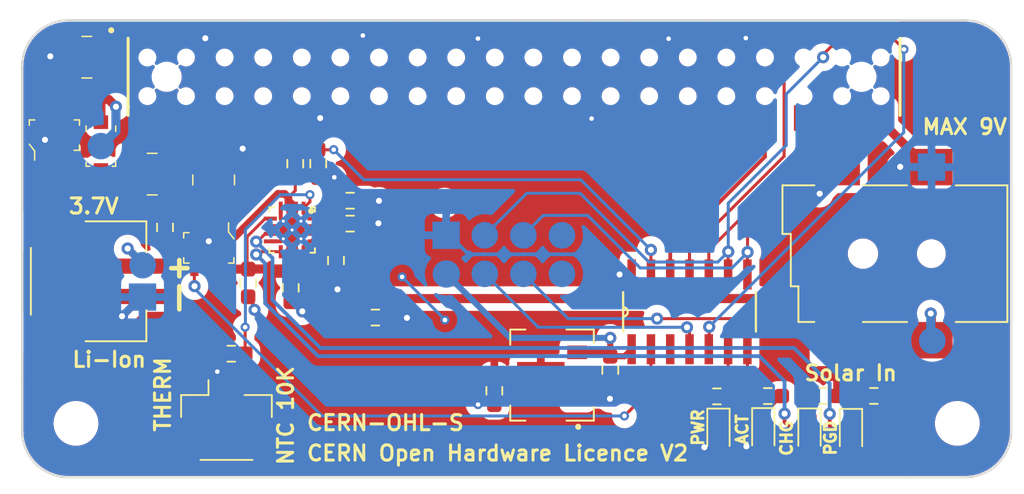
<source format=kicad_pcb>
(kicad_pcb (version 20240108) (generator "pcbnew") (generator_version "8.0")
  (layers (0 "F.Cu" signal) (31 "B.Cu" signal) (34 "B.Paste" user) (35 "F.Paste" user) (36 "B.SilkS" user "B.Silkscreen") (37 "F.SilkS" user "F.Silkscreen") (38 "B.Mask" user) (39 "F.Mask" user) (44 "Edge.Cuts" user))
  (net 0 "")
  (net 1 "5v2RPi")
  (net 2 "GND")
  (net 3 "VccSolar")
  (net 4 "VccBattery")
  (net 5 "VccBQ")
  (net 6 "3v_to_ATtiny")
  (footprint "Resistor_SMD:R_0603_1608Metric_Pad0.98x0.95mm_HandSolder" (layer "F.Cu") (at 140.77 90.04 90)
    (property "Reference" "R1" (hide yes))
    (property "Value" "10k" (hide yes))
  )
  (footprint "" (layer "F.Cu") (at 166.89 90.56 90)
    (property "Reference" "" (hide yes))
    (property "Value" "" (hide yes))
  )
  (footprint "Fiducial:Fiducial_1mm_Mask2mm" (layer "F.Cu") (at 133.04 99.33 90)
    (property "Reference" "FID1" (hide yes))
    (property "Value" "Fiducial_1mm_Mask2mm" (hide yes))
  )
  (footprint "digikey-footprints:ATtiny84-SSFR" (layer "F.Cu") (at 175.285 95.6038 90)
    (property "Reference" "U1" (hide yes))
    (property "Value" "ATtiny84-SSFR" (hide yes))
  )
  (footprint "LED_SMD:LED_0603_1608Metric_Pad1.05x0.95mm_HandSolder" (layer "F.Cu") (at 185.91 103.655 -90)
    (property "Reference" "D1" (hide yes))
    (property "Value" "" (hide yes))
  )
  (footprint "Fiducial:Fiducial_1mm_Mask2mm" (layer "F.Cu") (at 194.24 78.63 90)
    (property "Reference" "FID4" (hide yes))
    (property "Value" "Fiducial_1mm_Mask2mm" (hide yes))
  )
  (footprint "Resistor_SMD:R_0603_1608Metric_Pad0.98x0.95mm_HandSolder" (layer "F.Cu") (at 149.04 94.02 90)
    (property "Reference" "C1" (hide yes))
    (property "Value" "10uf" (hide yes))
  )
  (footprint "Resistor_SMD:R_0603_1608Metric_Pad0.98x0.95mm_HandSolder" (layer "F.Cu") (at 152.95 88.28)
    (property "Reference" "R4" (hide yes))
    (property "Value" "1.23k" (hide yes))
  )
  (footprint "Resistor_SMD:R_0603_1608Metric_Pad0.98x0.95mm_HandSolder" (layer "F.Cu") (at 149.34 85.84 90)
    (property "Reference" "R1" (hide yes))
    (property "Value" "10k" (hide yes))
  )
  (footprint "digikey-kicad-library:AP2126-WG" (layer "F.Cu") (at 143.65 91.39 180)
    (property "Reference" "U4" (hide yes))
    (property "Value" "AP2161-WG" (hide yes))
  )
  (footprint "digikey-footprints:SMT_Solar_barrel" (layer "F.Cu") (at 185.1 97.47 180)
    (property "Reference" "J3" (hide yes))
    (property "Value" "SMT_Solar_barrel" (hide yes))
  )
  (footprint "Fiducial:Fiducial_1mm_Mask2mm" (layer "F.Cu") (at 139.92 104.81 90)
    (property "Reference" "FID3" (hide yes))
    (property "Value" "Fiducial_1mm_Mask2mm" (hide yes))
  )
  (footprint "Resistor_SMD:R_0603_1608Metric_Pad0.98x0.95mm_HandSolder" (layer "F.Cu") (at 150.85 85.84 90)
    (property "Reference" "R1" (hide yes))
    (property "Value" "10k" (hide yes))
  )
  (footprint "digikey-footprints:RPi_SMD" (layer "F.Cu") (at 163.26 92.155 90)
    (property "Reference" "REF**" (hide yes))
    (property "Value" "RPi_SMD" (hide yes))
    (fp_line (start 12.705 -31.91) (end -7.855 -31.91) (stroke (width 0.12)) (layer "Edge.Cuts"))
    (fp_line (start -7.855 -31.91) (end -11.295 -31.91) (stroke (width 0.12)) (layer "Edge.Cuts"))
    (fp_line (start 15.765 -28.85) (end 15.765 30.15) (stroke (width 0.12)) (layer "Edge.Cuts"))
    (fp_line (start -14.355 -28.85) (end -14.355 26.46) (stroke (width 0.12)) (layer "Edge.Cuts"))
    (fp_line (start -14.355 26.46) (end -14.355 30.15) (stroke (width 0.12)) (layer "Edge.Cuts"))
    (fp_line (start 12.705 33.21) (end -11.295 33.21) (stroke (width 0.12)) (layer "Edge.Cuts"))
    (fp_arc (start 12.705 -31.91) (mid 14.868747 -31.013747) (end 15.765 -28.85) (stroke (width 0.12)) (layer "Edge.Cuts"))
    (fp_arc (start -14.355 -28.85) (mid -13.458747 -31.013747) (end -11.295 -31.91) (stroke (width 0.12)) (layer "Edge.Cuts"))
    (fp_arc (start 15.765 30.15) (mid 14.868747 32.313747) (end 12.705 33.21) (stroke (width 0.12)) (layer "Edge.Cuts"))
    (fp_arc (start -11.295 33.21) (mid -13.458747 32.313747) (end -14.355 30.15) (stroke (width 0.12)) (layer "Edge.Cuts"))
  )
  (footprint "LOGO" (layer "F.Cu") (at 152.031101 99.5)
    (property "Reference" "G***" (hide yes))
    (property "Value" "LOGO" (hide yes))
  )
  (footprint "Resistor_SMD:R_0603_1608Metric_Pad0.98x0.95mm_HandSolder" (layer "F.Cu") (at 146.24 93.7 90)
    (property "Reference" "C1" (hide yes))
    (property "Value" "10uf" (hide yes))
  )
  (footprint "digikey-kicad-library:1210" (layer "F.Cu") (at 139.925 86.52 180)
    (property "Reference" "L1" (hide yes))
    (property "Value" "2.2 µH Shielded Inductor 2.5 A 90mOhm Max 1210" (hide yes))
  )
  (footprint "Fiducial:Fiducial_1mm_Mask2mm" (layer "F.Cu") (at 133.04 87.72 90)
    (property "Reference" "FID2" (hide yes))
    (property "Value" "Fiducial_1mm_Mask2mm" (hide yes))
  )
  (footprint "digikey:JST_S2B-PH-SM4-TB(LF)(SN)" (layer "F.Cu") (at 139.19 93.59 -90)
    (property "Reference" "J1" (hide yes))
    (property "Value" "JST_S2B-PH-SM4-TB_LF__SN_" (hide yes))
  )
  (footprint "Fiducial:Fiducial_1mm_Mask2mm" (layer "F.Cu") (at 147.2 86.36 90)
    (property "Reference" "FID7" (hide yes))
    (property "Value" "Fiducial_1mm_Mask2mm" (hide yes))
  )
  (footprint "" (layer "F.Cu") (at 164.35 93.1 90)
    (property "Reference" "" (hide yes))
    (property "Value" "" (hide yes))
  )
  (footprint "" (layer "F.Cu") (at 166.89 93.1 90)
    (property "Reference" "" (hide yes))
    (property "Value" "" (hide yes))
  )
  (footprint "" (layer "F.Cu") (at 139.3 92.53 90)
    (property "Reference" "" (hide yes))
    (property "Value" "" (hide yes))
  )
  (footprint "LED_SMD:LED_0603_1608Metric_Pad1.05x0.95mm_HandSolder" (layer "F.Cu") (at 177.19 103.6375 -90)
    (property "Reference" "D1" (hide yes))
    (property "Value" "" (hide yes))
  )
  (footprint "digikey-kicad-library:1210" (layer "F.Cu") (at 143.98 86.915 90)
    (property "Reference" "C3" (hide yes))
    (property "Value" "100uf 1210" (hide yes))
  )
  (footprint "" (layer "F.Cu") (at 161.81 93.1 90)
    (property "Reference" "" (hide yes))
    (property "Value" "" (hide yes))
  )
  (footprint "" (layer "F.Cu") (at 164.35 90.56 90)
    (property "Reference" "" (hide yes))
    (property "Value" "" (hide yes))
  )
  (footprint "Fiducial:Fiducial_1mm_Mask2mm" (layer "F.Cu") (at 194.76 98.95 90)
    (property "Reference" "FID5" (hide yes))
    (property "Value" "Fiducial_1mm_Mask2mm" (hide yes))
  )
  (footprint "digikey-kicad-library:1210" (layer "F.Cu") (at 135.625 78.82 180)
    (property "Reference" "C3" (hide yes))
    (property "Value" "100uf 1210" (hide yes))
  )
  (footprint "Resistor_SMD:R_0603_1608Metric_Pad0.98x0.95mm_HandSolder" (layer "F.Cu") (at 154.6125 95.98 180)
    (property "Reference" "R4" (hide yes))
    (property "Value" "1.18k" (hide yes))
  )
  (footprint "LED_SMD:LED_0603_1608Metric_Pad1.05x0.95mm_HandSolder" (layer "F.Cu") (at 183.18 103.625 -90)
    (property "Reference" "D1" (hide yes))
    (property "Value" "" (hide yes))
  )
  (footprint "digikey-kicad-library:SOD-123" (layer "F.Cu") (at 136.55 84.685 -90)
    (property "Reference" "D2" (hide yes))
    (property "Value" "Diode 60 V 2A Surface Mount SOD-123F" (hide yes))
  )
  (footprint "Resistor_SMD:R_0603_1608Metric_Pad0.98x0.95mm_HandSolder" (layer "F.Cu") (at 170.07 99.44 90)
    (property "Reference" "C1" (hide yes))
    (property "Value" "10uf" (hide yes))
  )
  (footprint "LOGO" (layer "F.Cu") (at 162.68 88.43 90)
    (property "Reference" "G***" (hide yes))
    (property "Value" "LOGO" (hide yes))
  )
  (footprint "digikey-footprints:REG_MCP1700T-3602E_MB" (layer "F.Cu") (at 166.2375 99.77 90)
    (property "Reference" "U2" (hide yes))
    (property "Value" "REG_MCP1700T-3602E/MB" (hide yes))
  )
  (footprint "" (layer "F.Cu") (at 161.81 90.56 90)
    (property "Reference" "" (hide yes))
    (property "Value" "" (hide yes))
  )
  (footprint "Resistor_SMD:R_0603_1608Metric_Pad0.98x0.95mm_HandSolder" (layer "F.Cu") (at 162.44 100.8 90)
    (property "Reference" "C1" (hide yes))
    (property "Value" "10uf" (hide yes))
  )
  (footprint "Resistor_SMD:R_0603_1608Metric_Pad0.98x0.95mm_HandSolder" (layer "F.Cu") (at 177.0875 101.17)
    (property "Reference" "R2" (hide yes))
    (property "Value" "1k" (hide yes))
  )
  (footprint "Resistor_SMD:R_0603_1608Metric_Pad0.98x0.95mm_HandSolder" (layer "F.Cu") (at 184.0825 101.14)
    (property "Reference" "R2" (hide yes))
    (property "Value" "1k" (hide yes))
  )
  (footprint "Resistor_SMD:R_0603_1608Metric_Pad0.98x0.95mm_HandSolder" (layer "F.Cu") (at 187.4125 101.14 180)
    (property "Reference" "R2" (hide yes))
    (property "Value" "1k" (hide yes))
  )
  (footprint "Resistor_SMD:R_0603_1608Metric_Pad0.98x0.95mm_HandSolder" (layer "F.Cu") (at 152.02 92.22 90)
    (property "Reference" "C1" (hide yes))
    (property "Value" "10uf" (hide yes))
  )
  (footprint "digikey:bq2407" (layer "F.Cu") (at 149.135 90.21 180)
    (property "Reference" "U3" (hide yes))
    (property "Value" "bq2407" (hide yes))
  )
  (footprint "Fiducial:Fiducial_1mm_Mask2mm" (layer "F.Cu") (at 188.91 104.74 90)
    (property "Reference" "FID6" (hide yes))
    (property "Value" "Fiducial_1mm_Mask2mm" (hide yes))
  )
  (footprint "Resistor_SMD:R_0603_1608Metric_Pad0.98x0.95mm_HandSolder" (layer "F.Cu") (at 152.9525 89.79)
    (property "Reference" "R1" (hide yes))
    (property "Value" "10k" (hide yes))
  )
  (footprint "LED_SMD:LED_0603_1608Metric_Pad1.05x0.95mm_HandSolder" (layer "F.Cu") (at 180.14 103.6025 -90)
    (property "Reference" "D1" (hide yes))
    (property "Value" "" (hide yes))
  )
  (footprint "digikey-kicad-library:TPS613222A" (layer "F.Cu") (at 133.49 83.96)
    (property "Reference" "U5" (hide yes))
    (property "Value" "TPS613222A" (hide yes))
  )
  (footprint "Fiducial:Fiducial_1mm_Mask2mm" (layer "F.Cu") (at 159.16 88.43 90)
    (property "Reference" "FID7" (hide yes))
    (property "Value" "Fiducial_1mm_Mask2mm" (hide yes))
  )
  (footprint "" (layer "F.Cu") (at 136.55 84.685 90)
    (property "Reference" "" (hide yes))
    (property "Value" "" (hide yes))
  )
  (footprint "" (layer "F.Cu") (at 139.29 94.63 90)
    (property "Reference" "")
    (property "Value" "")
  )
  (footprint "" (layer "F.Cu") (at 191.26 97.5 90)
    (property "Reference" "" (hide yes))
    (property "Value" "" (hide yes))
  )
  (footprint "Resistor_SMD:R_0603_1608Metric_Pad0.98x0.95mm_HandSolder" (layer "F.Cu") (at 145.13 98.36 180)
    (property "Reference" "R1" (hide yes))
    (property "Value" "10k" (hide yes))
  )
  (footprint "Resistor_SMD:R_0603_1608Metric_Pad0.98x0.95mm_HandSolder" (layer "F.Cu") (at 180.4375 101.15)
    (property "Reference" "R2" (hide yes))
    (property "Value" "1k" (hide yes))
  )
  (footprint "digikey:JST_GH_SM02B-GHS-TB_1x02-1MP_P1.25mm_Horizontal" (layer "F.Cu") (at 144.814 102.794)
    (property "Reference" "J2" (hide yes))
    (property "Value" "JST_GH_SM02B-GHS-TB_1x02-1MP_P1.25mm_Horizontal" (hide yes))
  )
  (footprint "digikey-footprints:Square_Test_Point_4_GPIO" (layer "B.Cu") (at 191.21 86.07 -90)
    (property "Reference" "REF**" (hide yes))
    (property "Value" "Round_TP" (hide yes))
  )
  (footprint "digikey-footprints:Square_Test_Point_4_GPIO" (layer "B.Cu") (at 159.27 90.56 -90)
    (property "Reference" "REF**" (hide yes))
    (property "Value" "Round_TP" (hide yes))
  )
  (footprint "digikey-footprints:Round_Test_Point_4_GPIO" (layer "B.Cu") (at 159.28 93.11 -90)
    (property "Reference" "REF**" (hide yes))
    (property "Value" "Round_TP" (hide yes))
  )
  (gr_text "ACT" (at 179.19 104.46 90) (layer "F.SilkS") (effects (font (size 0.75 0.75) (thickness 0.1875) (bold yes)) (justify left bottom)))
  (gr_text "NTC 10K" (at 149.3 105.8 90) (layer "F.SilkS") (effects (font (size 1 1) (thickness 0.2) (bold yes)) (justify left bottom)))
  (gr_text "CHG\n" (at 182.11 105.19 90) (layer "F.SilkS") (effects (font (size 0.75 0.75) (thickness 0.1875) (bold yes)) (justify left bottom)))
  (gr_text "Solar In" (at 182.74 100.22 0) (layer "F.SilkS") (effects (font (size 1 1) (thickness 0.2) (bold yes)) (justify left bottom)))
  (gr_text "3.7V" (at 134.33 89.23 0) (layer "F.SilkS") (effects (font (size 1 1) (thickness 0.2) (bold yes)) (justify left bottom)))
  (gr_text "MAX 9V" (at 190.5 84 0) (layer "F.SilkS") (effects (font (size 1 1) (thickness 0.2) (bold yes)) (justify left bottom)))
  (gr_text "PGD" (at 185 105.16 90) (layer "F.SilkS") (effects (font (size 0.75 0.75) (thickness 0.1875) (bold yes)) (justify left bottom)))
  (gr_text "CERN Open Hardware Licence V2" (at 150 105.5 0) (layer "F.SilkS") (effects (font (size 1 1) (thickness 0.2) (bold yes)) (justify left bottom)))
  (gr_text "-" (at 142.73 96.11 90) (layer "F.SilkS") (effects (font (size 2 2) (thickness 0.3)) (justify left bottom)))
  (gr_text "Li-Ion" (at 134.56 99.33 0) (layer "F.SilkS") (effects (font (size 1 1) (thickness 0.2) (bold yes)) (justify left bottom)))
  (gr_text "THERM" (at 141.21 103.6 90) (layer "F.SilkS") (effects (font (size 1 1) (thickness 0.2) (bold yes)) (justify left bottom)))
  (gr_text "PWR" (at 176.28 104.52 90) (layer "F.SilkS") (effects (font (size 0.75 0.75) (thickness 0.1875) (bold yes)) (justify left bottom)))
  (gr_text "CERN-OHL-S" (at 150 103.5 0) (layer "F.SilkS") (effects (font (size 1 1) (thickness 0.2) (bold yes)) (justify left bottom)))
  (gr_text "+" (at 142.43 93.79 90) (layer "F.SilkS") (effects (font (size 1.4 1.4) (thickness 0.3)) (justify left bottom)))
  (segment (start 150.85 84.9275) (end 151.8625 84.9275) (width 0.2) (layer "F.Cu") (net 0))
  (segment (start 181.51 85.355) (end 181.51 78.68) (width 0.2) (layer "F.Cu") (net 0))
  (segment (start 177.825 100.995) (end 178 101.17) (width 0.2) (layer "F.Cu") (net 0))
  (segment (start 175.285 96.785) (end 175.12 96.62) (width 0.2) (layer "F.Cu") (net 0))
  (segment (start 144.6 90.04) (end 144.6 88.675) (width 0.7) (layer "F.Cu") (net 0))
  (segment (start 143.98 88.06) (end 142.89 88.06) (width 0.5) (layer "F.Cu") (net 0))
  (segment (start 171 102.46) (end 172.745 100.715) (width 0.2) (layer "F.Cu") (net 0))
  (segment (start 141.6825 90.04) (end 142.7 90.04) (width 0.2) (layer "F.Cu") (net 0))
  (segment (start 179.095 98.0676) (end 179.095 96.875) (width 0.2) (layer "F.Cu") (net 0))
  (segment (start 176.175 101.17) (end 176.175 101.7475) (width 0.2) (layer "F.Cu") (net 0))
  (segment (start 146.7695 90.98) (end 146.841726 90.98) (width 0.2) (layer "F.Cu") (net 0))
  (segment (start 146.0425 96.61) (end 146.0425 98.36) (width 0.2) (layer "F.Cu") (net 0))
  (segment (start 182.36 83.96) (end 182.79 83.53) (width 0.2) (layer "F.Cu") (net 0))
  (segment (start 144.6 88.675) (end 143.98 88.055) (width 0.5) (layer "F.Cu") (net 0))
  (segment (start 187.87 77.4) (end 188.49 77.4) (width 0.2) (layer "F.Cu") (net 0))
  (segment (start 175.285 93.14) (end 175.285 91.64) (width 0.2) (layer "F.Cu") (net 0))
  (segment (start 142.89 88.06) (end 141.07 86.24) (width 0.7) (layer "F.Cu") (net 0))
  (segment (start 146.7695 91.822027) (end 146.946527 91.645) (width 0.2) (layer "F.Cu") (net 0))
  (segment (start 181.35 101.15) (end 180.295 102.205) (width 0.2) (layer "F.Cu") (net 0))
  (segment (start 176.555 91.67) (end 176.555 91.545) (width 0.2) (layer "F.Cu") (net 0))
  (segment (start 179.095 98.0676) (end 179.095 100.72) (width 0.2) (layer "F.Cu") (net 0))
  (segment (start 179.095 91.68) (end 179.105 91.67) (width 0.2) (layer "F.Cu") (net 0))
  (segment (start 179.105 90.305) (end 179.105 91.67) (width 0.2) (layer "F.Cu") (net 0))
  (segment (start 175.285 91.64) (end 175.255 91.61) (width 0.2) (layer "F.Cu") (net 0))
  (segment (start 184.51 103.13) (end 185.91 104.53) (width 0.25) (layer "F.Cu") (net 0))
  (segment (start 181.54 102.86) (end 183.18 104.5) (width 0.25) (layer "F.Cu") (net 0))
  (segment (start 149.34 84.9275) (end 150.85 84.9275) (width 0.2) (layer "F.Cu") (net 0))
  (segment (start 183 84.74) (end 184.9 82.84) (width 0.2) (layer "F.Cu") (net 0))
  (segment (start 176.555 91.545) (end 182.36 85.74) (width 0.2) (layer "F.Cu") (net 0))
  (segment (start 176.58 98.0426) (end 176.555 98.0676) (width 0.2) (layer "F.Cu") (net 0))
  (segment (start 142.7 93.9) (end 142.7 92.74) (width 0.2) (layer "F.Cu") (net 0))
  (segment (start 184.51 102.32) (end 184.51 103.13) (width 0.25) (layer "F.Cu") (net 0))
  (segment (start 146.946527 91.645) (end 148.385 91.645) (width 0.2) (layer "F.Cu") (net 0))
  (segment (start 177.825 98.0676) (end 177.825 100.995) (width 0.2) (layer "F.Cu") (net 0))
  (segment (start 178.27 96.05) (end 173.15 96.05) (width 0.2) (layer "F.Cu") (net 0))
  (segment (start 140.77 90.9525) (end 141.6825 90.04) (width 0.2) (layer "F.Cu") (net 0))
  (segment (start 150.57 89.96) (end 151.87 89.96) (width 0.2) (layer "F.Cu") (net 0))
  (segment (start 132.54 85.735) (end 132.54 85.31) (width 0.6) (layer "F.Cu") (net 0))
  (segment (start 138.52 86.26) (end 138.78 86.52) (width 0.6) (layer "F.Cu") (net 0))
  (segment (start 151.09 94.08) (end 152.99 95.98) (width 0.2) (layer "F.Cu") (net 0))
  (segment (start 172.745 93.14) (end 172.745 91.52) (width 0.2) (layer "F.Cu") (net 0))
  (segment (start 186.96 102.505) (end 186.185 102.505) (width 0.2) (layer "F.Cu") (net 0))
  (segment (start 151.8625 84.9275) (end 151.87 84.92) (width 0.2) (layer "F.Cu") (net 0))
  (segment (start 179.095 100.72) (end 179.525 101.15) (width 0.2) (layer "F.Cu") (net 0))
  (segment (start 184.08 78.65) (end 185.33 77.4) (width 0.2) (layer "F.Cu") (net 0))
  (segment (start 184.9 82.84) (end 185.33 82.84) (width 0.2) (layer "F.Cu") (net 0))
  (segment (start 184.08 78.83) (end 184.08 78.65) (width 0.2) (layer "F.Cu") (net 0))
  (segment (start 183 86.41) (end 179.105 90.305) (width 0.2) (layer "F.Cu") (net 0))
  (segment (start 176.555 93.14) (end 176.555 91.67) (width 0.2) (layer "F.Cu") (net 0))
  (segment (start 183 84.74) (end 183 86.41) (width 0.2) (layer "F.Cu") (net 0))
  (segment (start 176.175 101.7475) (end 177.19 102.7625) (width 0.2) (layer "F.Cu") (net 0))
  (segment (start 136.55 86.26) (end 133.065 86.26) (width 0.6) (layer "F.Cu") (net 0))
  (segment (start 150.57 89.46) (end 150.75 89.46) (width 0.2) (layer "F.Cu") (net 0))
  (segment (start 177.825 93.14) (end 177.825 91.65) (width 0.2) (layer "F.Cu") (net 0))
  (segment (start 174.015 91.62) (end 180.25 85.385) (width 0.25) (layer "F.Cu") (net 0))
  (segment (start 182.79 83.53) (end 182.79 82.84) (width 0.2) (layer "F.Cu") (net 0))
  (segment (start 180.295 102.205) (end 180.295 102.715) (width 0.2) (layer "F.Cu") (net 0))
  (segment (start 150.75 89.46) (end 151.84 88.37) (width 0.2) (layer "F.Cu") (net 0))
  (segment (start 177.825 91.65) (end 177.835 91.64) (width 0.2) (layer "F.Cu") (net 0))
  (segment (start 179.095 93.14) (end 179.095 91.68) (width 0.2) (layer "F.Cu") (net 0))
  (segment (start 150.304878 88.355122) (end 149.885 88.775) (width 0.2) (layer "F.Cu") (net 0))
  (segment (start 151.87 89.96) (end 152.04 89.79) (width 0.2) (layer "F.Cu") (net 0))
  (segment (start 151.09 92.85) (end 151.09 94.08) (width 0.2) (layer "F.Cu") (net 0))
  (segment (start 146.05 98.3675) (end 146.0425 98.36) (width 0.2) (layer "F.Cu") (net 0))
  (segment (start 186.96 102.505) (end 188.325 101.14) (width 0.2) (layer "F.Cu") (net 0))
  (segment (start 149.885 91.645) (end 151.09 92.85) (width 0.2) (layer "F.Cu") (net 0))
  (segment (start 176.555 91.67) (end 176.545 91.66) (width 0.2) (layer "F.Cu") (net 0))
  (segment (start 172.745 100.715) (end 172.745 98.0676) (width 0.2) (layer "F.Cu") (net 0))
  (segment (start 176.58 96.59) (end 176.58 98.0426) (width 0.2) (layer "F.Cu") (net 0))
  (segment (start 175.285 98.0676) (end 175.285 96.785) (width 0.2) (layer "F.Cu") (net 0))
  (segment (start 133.065 86.26) (end 132.54 85.735) (width 0.6) (layer "F.Cu") (net 0))
  (segment (start 152.99 95.98) (end 153.7 95.98) (width 0.2) (layer "F.Cu") (net 0))
  (segment (start 182.36 85.74) (end 182.36 83.96) (width 0.2) (layer "F.Cu") (net 0))
  (segment (start 146.841726 90.98) (end 147.361726 90.46) (width 0.2) (layer "F.Cu") (net 0))
  (segment (start 180.25 85.385) (end 180.25 82.84) (width 0.25) (layer "F.Cu") (net 0))
  (segment (start 175.255 91.61) (end 181.51 85.355) (width 0.2) (layer "F.Cu") (net 0))
  (segment (start 186.185 102.505) (end 185.91 102.78) (width 0.2) (layer "F.Cu") (net 0))
  (segment (start 150.304878 87.884878) (end 150.304878 88.355122) (width 0.2) (layer "F.Cu") (net 0))
  (segment (start 147.361726 90.46) (end 147.7 90.46) (width 0.2) (layer "F.Cu") (net 0))
  (segment (start 142.71 93.91) (end 142.7 93.9) (width 0.2) (layer "F.Cu") (net 0))
  (segment (start 181.51 78.68) (end 182.79 77.4) (width 0.2) (layer "F.Cu") (net 0))
  (segment (start 179.095 96.875) (end 178.27 96.05) (width 0.2) (layer "F.Cu") (net 0))
  (segment (start 181.54 102.31) (end 181.54 102.86) (width 0.25) (layer "F.Cu") (net 0))
  (segment (start 174.015 93.14) (end 174.015 91.62) (width 0.25) (layer "F.Cu") (net 0))
  (segment (start 136.55 86.26) (end 138.52 86.26) (width 0.6) (layer "F.Cu") (net 0))
  (segment (start 146.05 100.333) (end 146.05 98.3675) (width 0.2) (layer "F.Cu") (net 0))
  (segment (start 188.49 77.4) (end 189.4 78.31) (width 0.2) (layer "F.Cu") (net 0))
  (segment (start 146.05 100.333) (end 145.439 100.944) (width 0.2) (layer "F.Cu") (net 0))
  (via (at 146.7695 90.98) (size 0.8) (drill 0.4) (layers "F.Cu" "B.Cu") (net 0))
  (via (at 171 102.46) (size 0.6) (drill 0.3) (layers "F.Cu" "B.Cu") (net 0))
  (via (at 184.08 78.83) (size 0.8) (drill 0.4) (layers "F.Cu" "B.Cu") (net 0))
  (via (at 173.15 96.05) (size 0.8) (drill 0.4) (layers "F.Cu" "B.Cu") (net 0))
  (via (at 142.71 93.91) (size 0.8) (drill 0.4) (layers "F.Cu" "B.Cu") (net 0))
  (via (at 179.105 91.67) (size 0.8) (drill 0.4) (layers "F.Cu" "B.Cu") (net 0))
  (via (at 146.0425 96.61) (size 0.6) (drill 0.3) (layers "F.Cu" "B.Cu") (net 0))
  (via (at 184.51 102.32) (size 0.8) (drill 0.4) (layers "F.Cu" "B.Cu") (net 0))
  (via (at 176.58 96.59) (size 0.8) (drill 0.4) (layers "F.Cu" "B.Cu") (net 0))
  (via (at 150.304878 87.884878) (size 0.6) (drill 0.3) (layers "F.Cu" "B.Cu") (net 0))
  (via (at 172.745 91.52) (size 0.8) (drill 0.4) (layers "F.Cu" "B.Cu") (net 0))
  (via (at 181.54 102.31) (size 0.8) (drill 0.4) (layers "F.Cu" "B.Cu") (net 0))
  (via (at 151.87 84.92) (size 0.6) (drill 0.3) (layers "F.Cu" "B.Cu") (net 0))
  (via (at 146.7695 91.822027) (size 0.8) (drill 0.4) (layers "F.Cu" "B.Cu") (net 0))
  (via (at 175.12 96.62) (size 0.8) (drill 0.4) (layers "F.Cu" "B.Cu") (net 0))
  (via (at 177.835 91.64) (size 0.8) (drill 0.4) (layers "F.Cu" "B.Cu") (net 0))
  (via (at 189.4 78.31) (size 0.6) (drill 0.3) (layers "F.Cu" "B.Cu") (net 0))
  (segment (start 150.99 97.98) (end 182.16 97.98) (width 0.25) (layer "B.Cu") (net 0))
  (segment (start 172.745 91.52) (end 168.115 86.89) (width 0.2) (layer "B.Cu") (net 0))
  (segment (start 177.835 91.64) (end 177.83 91.64) (width 0.2) (layer "B.Cu") (net 0))
  (segment (start 147.36 92.412527) (end 147.36 95.04) (width 0.25) (layer "B.Cu") (net 0))
  (segment (start 164.58 87.79) (end 161.81 90.56) (width 0.2) (layer "B.Cu") (net 0))
  (segment (start 177.835 88.445) (end 177.835 91.64) (width 0.2) (layer "B.Cu") (net 0))
  (segment (start 146.0425 96.61) (end 146.06 96.5925) (width 0.2) (layer "B.Cu") (net 0))
  (segment (start 146.7695 91.822027) (end 147.36 92.412527) (width 0.25) (layer "B.Cu") (net 0))
  (segment (start 178.08 92.71) (end 172.04 92.71) (width 0.2) (layer "B.Cu") (net 0))
  (segment (start 172.04 92.71) (end 168.58 89.25) (width 0.2) (layer "B.Cu") (net 0))
  (segment (start 153.85 86.9) (end 151.87 84.92) (width 0.2) (layer "B.Cu") (net 0))
  (segment (start 151.1 102.46) (end 171 102.46) (width 0.2) (layer "B.Cu") (net 0))
  (segment (start 150.84 98.52) (end 179.8825 98.52) (width 0.25) (layer "B.Cu") (net 0))
  (segment (start 189.38 78.33) (end 189.4 78.31) (width 0.2) (layer "B.Cu") (net 0))
  (segment (start 167.3 96.05) (end 164.35 93.1) (width 0.2) (layer "B.Cu") (net 0))
  (segment (start 147.84 92.0505) (end 147.84 94.83) (width 0.25) (layer "B.Cu") (net 0))
  (segment (start 168.58 89.25) (end 165.66 89.25) (width 0.2) (layer "B.Cu") (net 0))
  (segment (start 181.54 100.1775) (end 181.54 102.31) (width 0.25) (layer "B.Cu") (net 0))
  (segment (start 168.105 86.9) (end 153.85 86.9) (width 0.2) (layer "B.Cu") (net 0))
  (segment (start 142.71 94.07) (end 151.1 102.46) (width 0.2) (layer "B.Cu") (net 0))
  (segment (start 146.06 96.5925) (end 146.06 90.18) (width 0.2) (layer "B.Cu") (net 0))
  (segment (start 147.84 94.83) (end 150.99 97.98) (width 0.25) (layer "B.Cu") (net 0))
  (segment (start 179.105 91.685) (end 178.08 92.71) (width 0.2) (layer "B.Cu") (net 0))
  (segment (start 173.15 96.05) (end 167.3 96.05) (width 0.2) (layer "B.Cu") (net 0))
  (segment (start 179.105 91.67) (end 179.105 91.685) (width 0.2) (layer "B.Cu") (net 0))
  (segment (start 179.105 91.67) (end 179.105 91.305) (width 0.2) (layer "B.Cu") (net 0))
  (segment (start 189.38 83.79) (end 189.38 78.33) (width 0.2) (layer "B.Cu") (net 0))
  (segment (start 184.08 78.83) (end 181.65 81.26) (width 0.2) (layer "B.Cu") (net 0))
  (segment (start 148.355122 87.884878) (end 150.304878 87.884878) (width 0.2) (layer "B.Cu") (net 0))
  (segment (start 175.12 96.62) (end 165.33 96.62) (width 0.2) (layer "B.Cu") (net 0))
  (segment (start 172.61 92.32) (end 168.08 87.79) (width 0.2) (layer "B.Cu") (net 0))
  (segment (start 181.65 84.63) (end 177.835 88.445) (width 0.2) (layer "B.Cu") (net 0))
  (segment (start 168.115 86.89) (end 168.105 86.9) (width 0.2) (layer "B.Cu") (net 0))
  (segment (start 142.71 93.91) (end 142.71 94.07) (width 0.2) (layer "B.Cu") (net 0))
  (segment (start 147.36 95.04) (end 150.84 98.52) (width 0.25) (layer "B.Cu") (net 0))
  (segment (start 168.08 87.79) (end 164.58 87.79) (width 0.2) (layer "B.Cu") (net 0))
  (segment (start 165.33 96.62) (end 161.81 93.1) (width 0.2) (layer "B.Cu") (net 0))
  (segment (start 164.35 90.56) (end 165.66 89.25) (width 0.2) (layer "B.Cu") (net 0))
  (segment (start 177.83 91.64) (end 177.15 92.32) (width 0.2) (layer "B.Cu") (net 0))
  (segment (start 146.7695 90.98) (end 147.84 92.0505) (width 0.25) (layer "B.Cu") (net 0))
  (segment (start 177.835 91.64) (end 177.835 91.625) (width 0.2) (layer "B.Cu") (net 0))
  (segment (start 179.8825 98.52) (end 181.54 100.1775) (width 0.25) (layer "B.Cu") (net 0))
  (segment (start 184.51 100.33) (end 184.51 102.32) (width 0.25) (layer "B.Cu") (net 0))
  (segment (start 146.06 90.18) (end 148.355122 87.884878) (width 0.2) (layer "B.Cu") (net 0))
  (segment (start 177.15 92.32) (end 172.61 92.32) (width 0.2) (layer "B.Cu") (net 0))
  (segment (start 182.16 97.98) (end 184.51 100.33) (width 0.25) (layer "B.Cu") (net 0))
  (segment (start 181.65 81.26) (end 181.65 84.63) (width 0.2) (layer "B.Cu") (net 0))
  (segment (start 176.58 96.59) (end 189.38 83.79) (width 0.2) (layer "B.Cu") (net 0))
  (segment (start 136.55 80.9) (end 136.77 80.68) (width 0.5) (layer "F.Cu") (net 1))
  (segment (start 134.84 82.61) (end 134.44 82.61) (width 0.6) (layer "F.Cu") (net 1))
  (segment (start 136.55 81.62) (end 136.55 80.9) (width 0.6) (layer "F.Cu") (net 1))
  (segment (start 137.54 82.09) (end 137.06 81.61) (width 0.6) (layer "F.Cu") (net 1))
  (segment (start 136.77 78.82) (end 136.77 80.68) (width 0.6) (layer "F.Cu") (net 1))
  (segment (start 135.775 81.675) (end 134.84 82.61) (width 0.6) (layer "F.Cu") (net 1))
  (segment (start 137.04 78.55) (end 136.77 78.82) (width 0.6) (layer "F.Cu") (net 1))
  (segment (start 136.55 83.11) (end 136.55 81.62) (width 0.6) (layer "F.Cu") (net 1))
  (segment (start 139.19 77.4) (end 139.61 77.4) (width 0.6) (layer "F.Cu") (net 1))
  (segment (start 138.04 78.55) (end 139.19 77.4) (width 0.7) (layer "F.Cu") (net 1))
  (segment (start 138.04 78.55) (end 137.04 78.55) (width 0.7) (layer "F.Cu") (net 1))
  (segment (start 138.04 78.55) (end 137.78 78.55) (width 0.7) (layer "F.Cu") (net 1))
  (segment (start 137.06 81.61) (end 136.56 81.61) (width 0.6) (layer "F.Cu") (net 1))
  (segment (start 135.775 81.675) (end 136.77 80.68) (width 0.6) (layer "F.Cu") (net 1))
  (via (at 137.54 82.09) (size 0.8) (drill 0.4) (layers "F.Cu" "B.Cu") (net 1))
  (segment (start 137.54 83.695) (end 136.55 84.685) (width 0.6) (layer "B.Cu") (net 1))
  (segment (start 137.54 82.09) (end 137.54 83.695) (width 0.6) (layer "B.Cu") (net 1))
  (segment (start 144.21 100.923) (end 144.189 100.944) (width 0.2) (layer "F.Cu") (net 2))
  (segment (start 149.8 95.57) (end 149.8 95.38) (width 0.25) (layer "F.Cu") (net 2))
  (segment (start 180.08 77.57) (end 180.25 77.4) (width 0.2) (layer "F.Cu") (net 2))
  (segment (start 148.385 90.96) (end 148.555 90.79) (width 0.25) (layer "F.Cu") (net 2))
  (segment (start 179.03 104.46) (end 180.29 104.46) (width 0.25) (layer "F.Cu") (net 2))
  (segment (start 133.49 85.31) (end 133.49 84.89) (width 0.25) (layer "F.Cu") (net 2))
  (segment (start 148.385 88.775) (end 148.385 89.46) (width 0.25) (layer "F.Cu") (net 2))
  (segment (start 161.36 77.6) (end 162.27 77.6) (width 0.6) (layer "F.Cu") (net 2))
  (segment (start 154.8395 88.28) (end 154.8495 88.29) (width 0.2) (layer "F.Cu") (net 2))
  (segment (start 176.26 104.52) (end 177.1825 104.52) (width 0.25) (layer "F.Cu") (net 2))
  (segment (start 149.8 95.38) (end 149.07 94.65) (width 0.25) (layer "F.Cu") (net 2))
  (segment (start 162.44 101.7125) (end 161.3725 101.7125) (width 0.2) (layer "F.Cu") (net 2))
  (segment (start 152.12 93.2325) (end 152.02 93.1325) (width 0.25) (layer "F.Cu") (net 2))
  (segment (start 134.43 78.77) (end 134.48 78.82) (width 0.2) (layer "F.Cu") (net 2))
  (segment (start 169.99 101.27) (end 170.05 101.33) (width 0.4) (layer "F.Cu") (net 2))
  (segment (start 143.67 90.99) (end 143.68 90.98) (width 0.2) (layer "F.Cu") (net 2))
  (segment (start 146.6595 95.47) (end 146.6595 95.1895) (width 0.2) (layer "F.Cu") (net 2))
  (segment (start 153.865 89.79) (end 154.792 89.79) (width 0.2) (layer "F.Cu") (net 2))
  (segment (start 189.17 86.07) (end 189.15 86.05) (width 0.5) (layer "F.Cu") (net 2))
  (segment (start 144.2175 99.5325) (end 144.21 99.54) (width 0.2) (layer "F.Cu") (net 2))
  (segment (start 143.42 77.58) (end 144.51 77.58) (width 0.2) (layer "F.Cu") (net 2))
  (segment (start 148.225 89.96) (end 147.7 89.96) (width 0.25) (layer "F.Cu") (net 2))
  (segment (start 144.51 77.58) (end 144.69 77.4) (width 0.2) (layer "F.Cu") (net 2))
  (segment (start 139.19 94.64) (end 137.94 95.89) (width 0.5) (layer "F.Cu") (net 2))
  (segment (start 133.49 84.89) (end 132.87 84.27) (width 0.25) (layer "F.Cu") (net 2))
  (segment (start 146.6595 95.1895) (end 146.27 94.8) (width 0.2) (layer "F.Cu") (net 2))
  (segment (start 144.965 85.765) (end 143.26 85.765) (width 0.4) (layer "F.Cu") (net 2))
  (segment (start 168.87 82.84) (end 168.84 82.87) (width 0.2) (layer "F.Cu") (net 2))
  (segment (start 150.85 86.7525) (end 151.8975 86.7525) (width 0.2) (layer "F.Cu") (net 2))
  (segment (start 185.1 86.07) (end 187.87 83.3) (width 0.6) (layer "F.Cu") (net 2))
  (segment (start 154.792 89.79) (end 154.812 89.77) (width 0.2) (layer "F.Cu") (net 2))
  (segment (start 145.88 84.85) (end 144.965 85.765) (width 0.4) (layer "F.Cu") (net 2))
  (segment (start 153.79 77.4) (end 154.85 77.4) (width 0.2) (layer "F.Cu") (net 2))
  (segment (start 153.8625 88.28) (end 154.8395 88.28) (width 0.2) (layer "F.Cu") (net 2))
  (segment (start 161.3725 101.7125) (end 161.37 101.71) (width 0.2) (layer "F.Cu") (net 2))
  (segment (start 173.91 77.61) (end 174.96 77.61) (width 0.2) (layer "F.Cu") (net 2))
  (segment (start 139.03 94.79) (end 139.18 94.64) (width 0.2) (layer "F.Cu") (net 2))
  (segment (start 170.09 82.84) (end 168.87 82.84) (width 0.5) (layer "F.Cu") (net 2))
  (segment (start 155.525 95.98) (end 156.67 95.98) (width 0.2) (layer "F.Cu") (net 2))
  (segment (start 185.1 86.57) (end 183.85 87.82) (width 0.6) (layer "F.Cu") (net 2))
  (segment (start 174.96 77.61) (end 175.17 77.4) (width 0.2) (layer "F.Cu") (net 2))
  (segment (start 151.8975 86.7525) (end 151.91 86.74) (width 0.2) (layer "F.Cu") (net 2))
  (segment (start 147.7 90.96) (end 148.385 90.96) (width 0.25) (layer "F.Cu") (net 2))
  (segment (start 139.19 94.59) (end 139.19 94.64) (width 0.2) (layer "F.Cu") (net 2))
  (segment (start 150.98 82.84) (end 149.77 82.84) (width 0.2) (layer "F.Cu") (net 2))
  (segment (start 148.385 89.46) (end 148.555 89.63) (width 0.25) (layer "F.Cu") (net 2))
  (segment (start 167.8875 101.27) (end 169.99 101.27) (width 0.4) (layer "F.Cu") (net 2))
  (segment (start 144.2175 98.36) (end 144.2175 99.5325) (width 0.2) (layer "F.Cu") (net 2))
  (segment (start 177.1825 104.52) (end 177.19 104.5125) (width 0.25) (layer "F.Cu") (net 2))
  (segment (start 170.685 93.14) (end 171.475 93.14) (width 0.5) (layer "F.Cu") (net 2))
  (segment (start 187.87 83.025) (end 187.87 83.28) (width 0.6) (layer "F.Cu") (net 2))
  (segment (start 190.915 86.07) (end 187.87 83.025) (width 0.6) (layer "F.Cu") (net 2))
  (segment (start 185.1 86.07) (end 185.1 86.57) (width 0.6) (layer "F.Cu") (net 2))
  (segment (start 178.99 77.57) (end 180.08 77.57) (width 0.2) (layer "F.Cu") (net 2))
  (segment (start 162.27 77.6) (end 162.47 77.4) (width 0.2) (layer "F.Cu") (net 2))
  (segment (start 148.555 89.63) (end 148.225 89.96) (width 0.25) (layer "F.Cu") (net 2))
  (segment (start 191.2 86.07) (end 190.915 86.07) (width 0.5) (layer "F.Cu") (net 2))
  (segment (start 156.67 95.98) (end 156.69 96) (width 0.2) (layer "F.Cu") (net 2))
  (segment (start 148.885 89.96) (end 149.135 90.21) (width 0.25) (layer "F.Cu") (net 2))
  (segment (start 133.220498 78.77) (end 134.43 78.77) (width 0.4) (layer "F.Cu") (net 2))
  (segment (start 152.12 94.12) (end 152.12 93.2325) (width 0.25) (layer "F.Cu") (net 2))
  (segment (start 170.05 101.33) (end 170.05 100.3725) (width 0.4) (layer "F.Cu") (net 2))
  (segment (start 170.05 100.3725) (end 170.07 100.3525) (width 0.4) (layer "F.Cu") (net 2))
  (segment (start 144.21 99.54) (end 144.21 100.923) (width 0.2) (layer "F.Cu") (net 2))
  (segment (start 150.045 90.46) (end 149.715 90.79) (width 0.25) (layer "F.Cu") (net 2))
  (segment (start 143.68 90.98) (end 143.68 90.08) (width 0.5) (layer "F.Cu") (net 2))
  (segment (start 187.87 83.3) (end 187.87 83.025) (width 0.6) (layer "F.Cu") (net 2))
  (segment (start 150.57 90.46) (end 150.045 90.46) (width 0.25) (layer "F.Cu") (net 2))
  (segment (start 191.2 86.07) (end 189.17 86.07) (width 0.5) (layer "F.Cu") (net 2))
  (via (at 178.99 77.57) (size 0.6) (drill 0.3) (layers "F.Cu" "B.Cu") (net 2))
  (via (at 149.8 95.57) (size 0.8) (drill 0.4) (layers "F.Cu" "B.Cu") (net 2))
  (via (at 170.05 101.33) (size 0.8) (drill 0.4) (layers "F.Cu" "B.Cu") (net 2))
  (via (at 156.69 96) (size 0.8) (drill 0.4) (layers "F.Cu" "B.Cu") (net 2))
  (via (at 176.26 104.52) (size 0.8) (drill 0.4) (layers "F.Cu" "B.Cu") (net 2))
  (via (at 154.812 89.77) (size 0.8) (drill 0.4) (layers "F.Cu" "B.Cu") (net 2))
  (via (at 179.03 104.46) (size 0.8) (drill 0.4) (layers "F.Cu" "B.Cu") (net 2))
  (via (at 168.84 82.87) (size 0.6) (drill 0.3) (layers "F.Cu" "B.Cu") (net 2))
  (via (at 154.8495 88.29) (size 0.8) (drill 0.4) (layers "F.Cu" "B.Cu") (net 2))
  (via (at 152.12 94.12) (size 0.8) (drill 0.4) (layers "F.Cu" "B.Cu") (net 2))
  (via (at 145.88 84.85) (size 0.8) (drill 0.4) (layers "F.Cu" "B.Cu") (net 2))
  (via (at 153.79 77.4) (size 0.6) (drill 0.3) (layers "F.Cu" "B.Cu") (net 2))
  (via (at 144.21 99.54) (size 0.6) (drill 0.3) (layers "F.Cu" "B.Cu") (net 2))
  (via (at 137.94 95.89) (size 0.8) (drill 0.4) (layers "F.Cu" "B.Cu") (net 2))
  (via (at 151.91 86.74) (size 0.6) (drill 0.3) (layers "F.Cu" "B.Cu") (net 2))
  (via (at 161.37 101.71) (size 0.6) (drill 0.3) (layers "F.Cu" "B.Cu") (net 2))
  (via (at 150.98 82.84) (size 0.8) (drill 0.4) (layers "F.Cu" "B.Cu") (net 2))
  (via (at 183.85 87.82) (size 0.8) (drill 0.4) (layers "F.Cu" "B.Cu") (net 2))
  (via (at 133.220498 78.77) (size 0.8) (drill 0.4) (layers "F.Cu" "B.Cu") (net 2))
  (via (at 132.87 84.27) (size 0.8) (drill 0.4) (layers "F.Cu" "B.Cu") (net 2))
  (via (at 143.42 77.58) (size 0.8) (drill 0.4) (layers "F.Cu" "B.Cu") (net 2))
  (via (at 189.15 86.05) (size 0.8) (drill 0.4) (layers "F.Cu" "B.Cu") (net 2))
  (via (at 161.36 77.6) (size 0.6) (drill 0.3) (layers "F.Cu" "B.Cu") (net 2))
  (via (at 170.685 93.14) (size 0.8) (drill 0.4) (layers "F.Cu" "B.Cu") (net 2))
  (via (at 173.91 77.61) (size 0.6) (drill 0.3) (layers "F.Cu" "B.Cu") (net 2))
  (via (at 146.6595 95.47) (size 0.8) (drill 0.4) (layers "F.Cu" "B.Cu") (net 2))
  (via (at 143.65 90.95) (size 0.8) (drill 0.4) (layers "F.Cu" "B.Cu") (net 2))
  (segment (start 189.15 86.05) (end 191.19 86.05) (width 0.5) (layer "B.Cu") (net 2))
  (segment (start 159.49 90.56) (end 160.74 91.81) (width 0.25) (layer "B.Cu") (net 2))
  (segment (start 159.27 90.56) (end 159.49 90.56) (width 0.25) (layer "B.Cu") (net 2))
  (segment (start 149.715 90.79) (end 149.135 90.21) (width 0.25) (layer "B.Cu") (net 2))
  (segment (start 139.29 94.63) (end 139.2 94.63) (width 0.2) (layer "B.Cu") (net 2))
  (segment (start 148.555 89.63) (end 149.135 90.21) (width 0.25) (layer "B.Cu") (net 2))
  (segment (start 169.355 91.81) (end 170.685 93.14) (width 0.25) (layer "B.Cu") (net 2))
  (segment (start 160.74 91.81) (end 169.355 91.81) (width 0.25) (layer "B.Cu") (net 2))
  (segment (start 191.19 86.05) (end 191.21 86.07) (width 0.5) (layer "B.Cu") (net 2))
  (segment (start 139.2 94.63) (end 137.94 95.89) (width 0.5) (layer "B.Cu") (net 2))
  (segment (start 149.135 90.21) (end 149.715 89.63) (width 0.25) (layer "B.Cu") (net 2))
  (segment (start 149.135 90.21) (end 148.555 90.79) (width 0.25) (layer "B.Cu") (net 2))
  (segment (start 185.1 97.47) (end 191.2 97.47) (width 0.6) (layer "F.Cu") (net 3))
  (segment (start 150.86 91.24) (end 150.9275 91.3075) (width 0.2) (layer "F.Cu") (net 3))
  (segment (start 191.2 95.75) (end 191.16 95.71) (width 0.6) (layer "F.Cu") (net 3))
  (segment (start 182.36 94.73) (end 185.1 97.47) (width 0.6) (layer "F.Cu") (net 3))
  (segment (start 191.2 97.47) (end 191.2 95.75) (width 0.6) (layer "F.Cu") (net 3))
  (segment (start 155.4425 94.73) (end 182.36 94.73) (width 0.6) (layer "F.Cu") (net 3))
  (segment (start 150.85 91.24) (end 150.86 91.24) (width 0.2) (layer "F.Cu") (net 3))
  (segment (start 152.02 91.3075) (end 155.4425 94.73) (width 0.6) (layer "F.Cu") (net 3))
  (segment (start 150.9275 91.3075) (end 152.02 91.3075) (width 0.6) (layer "F.Cu") (net 3))
  (segment (start 150.57 90.96) (end 150.85 91.24) (width 0.5) (layer "F.Cu") (net 3))
  (via (at 191.16 95.71) (size 0.8) (drill 0.4) (layers "F.Cu" "B.Cu") (net 3))
  (segment (start 191.16 97.4) (end 191.26 97.5) (width 0.6) (layer "B.Cu") (net 3))
  (segment (start 191.16 95.71) (end 191.16 97.4) (width 0.6) (layer "B.Cu") (net 3))
  (segment (start 149.34 86.7925) (end 149.34 87.614) (width 0.2) (layer "F.Cu") (net 4))
  (segment (start 148.2 87.83) (end 144.45 91.58) (width 0.5) (layer "F.Cu") (net 4))
  (segment (start 148.885 88.775) (end 148.885 88.069) (width 0.5) (layer "F.Cu") (net 4))
  (segment (start 139.19 92.31) (end 138.31 91.43) (width 0.5) (layer "F.Cu") (net 4))
  (segment (start 142.2 91.74) (end 144.29 91.74) (width 0.5) (layer "F.Cu") (net 4))
  (segment (start 140.83 92.658604) (end 140.83 92.77) (width 0.2) (layer "F.Cu") (net 4))
  (segment (start 144.29 91.74) (end 144.45 91.58) (width 0.5) (layer "F.Cu") (net 4))
  (segment (start 149.029 88.419) (end 149.385 88.775) (width 0.5) (layer "F.Cu") (net 4))
  (segment (start 139.19 92.59) (end 141.35 92.59) (width 0.5) (layer "F.Cu") (net 4))
  (segment (start 148.885 88.275) (end 149.029 88.419) (width 0.5) (layer "F.Cu") (net 4))
  (segment (start 148.646 87.83) (end 148.2 87.83) (width 0.5) (layer "F.Cu") (net 4))
  (segment (start 148.885 88.069) (end 148.646 87.83) (width 0.5) (layer "F.Cu") (net 4))
  (segment (start 148.885 88.069) (end 148.885 88.275) (width 0.5) (layer "F.Cu") (net 4))
  (segment (start 139.19 92.59) (end 139.19 92.31) (width 0.5) (layer "F.Cu") (net 4))
  (segment (start 149.34 87.614) (end 148.885 88.069) (width 0.2) (layer "F.Cu") (net 4))
  (segment (start 141.35 92.59) (end 142.2 91.74) (width 0.5) (layer "F.Cu") (net 4))
  (via (at 138.31 91.43) (size 0.8) (drill 0.4) (layers "F.Cu" "B.Cu") (net 4))
  (segment (start 138.31 91.43) (end 139.3 92.42) (width 0.5) (layer "B.Cu") (net 4))
  (segment (start 139.3 92.42) (end 139.3 92.53) (width 0.2) (layer "B.Cu") (net 4))
  (segment (start 148.885 92.755) (end 149.07 92.94) (width 0.25) (layer "F.Cu") (net 5))
  (segment (start 144.6475 92.7875) (end 144.6 92.74) (width 0.4) (layer "F.Cu") (net 5))
  (segment (start 146.17 92.66) (end 146.29 92.78) (width 0.2) (layer "F.Cu") (net 5))
  (segment (start 148.86 92.78) (end 148.885 92.755) (width 0.25) (layer "F.Cu") (net 5))
  (segment (start 147.7 89.46) (end 147.361726 89.46) (width 0.2) (layer "F.Cu") (net 5))
  (segment (start 148.885 91.645) (end 148.885 92.755) (width 0.5) (layer "F.Cu") (net 5))
  (segment (start 146.2475 92.78) (end 146.24 92.7875) (width 0.5) (layer "F.Cu") (net 5))
  (segment (start 148.86 92.78) (end 146.2475 92.78) (width 0.6) (layer "F.Cu") (net 5))
  (segment (start 165.5 99.77) (end 167.8 99.77) (width 0.5) (layer "F.Cu") (net 5))
  (segment (start 164.96 99.61) (end 166.76 99.61) (width 0.4) (layer "F.Cu") (net 5))
  (segment (start 146.24 92.7875) (end 144.6475 92.7875) (width 0.6) (layer "F.Cu") (net 5))
  (segment (start 155.95 99.88) (end 149.07 93) (width 0.4) (layer "F.Cu") (net 5))
  (segment (start 147.361726 89.46) (end 146.17 90.651726) (width 0.2) (layer "F.Cu") (net 5))
  (segment (start 146.17 90.651726) (end 146.17 92.66) (width 0.2) (layer "F.Cu") (net 5))
  (segment (start 155.95 99.88) (end 163.93 99.88) (width 0.4) (layer "F.Cu") (net 5))
  (segment (start 148.885 91.645) (end 149.385 91.645) (width 0.5) (layer "F.Cu") (net 5))
  (segment (start 149.385 92.625) (end 149.07 92.94) (width 0.5) (layer "F.Cu") (net 5))
  (segment (start 162.82 99.86) (end 163.74 99.86) (width 0.25) (layer "F.Cu") (net 5))
  (segment (start 149.07 93) (end 149.07 92.94) (width 0.4) (layer "F.Cu") (net 5))
  (segment (start 149.385 91.645) (end 149.385 92.625) (width 0.5) (layer "F.Cu") (net 5))
  (segment (start 162.81 99.87) (end 162.82 99.86) (width 0.25) (layer "F.Cu") (net 5))
  (via (at 159.19 96.14) (size 0.6) (drill 0.3) (layers "F.Cu" "B.Cu") (net 5))
  (via (at 156.37 93.3) (size 0.6) (drill 0.3) (layers "F.Cu" "B.Cu") (net 5))
  (segment (start 159.19 96.12) (end 159.19 96.14) (width 0.2) (layer "B.Cu") (net 5))
  (segment (start 156.37 93.3) (end 159.19 96.12) (width 0.2) (layer "B.Cu") (net 5))
  (segment (start 169.95 98.27) (end 170.01 98.33) (width 0.2) (layer "F.Cu") (net 6))
  (segment (start 170.07 98.5275) (end 170.07 97.32) (width 0.4) (layer "F.Cu") (net 6))
  (segment (start 171.0151 98.5275) (end 171.475 98.0676) (width 0.4) (layer "F.Cu") (net 6))
  (segment (start 167.8875 98.27) (end 169.8125 98.27) (width 0.4) (layer "F.Cu") (net 6))
  (segment (start 169.8125 98.27) (end 170.07 98.5275) (width 0.4) (layer "F.Cu") (net 6))
  (segment (start 170.07 98.5275) (end 171.0151 98.5275) (width 0.4) (layer "F.Cu") (net 6))
  (via (at 170.07 97.32) (size 0.8) (drill 0.4) (layers "F.Cu" "B.Cu") (net 6))
  (segment (start 170.07 97.32) (end 163.49 97.32) (width 0.4) (layer "B.Cu") (net 6))
  (segment (start 163.49 97.32) (end 159.28 93.11) (width 0.4) (layer "B.Cu") (net 6))
  (zone (net 5) (net_name "VccBQ") (layer "F.Cu") (connect_pads (clearance 0.508)) (min_thickness 0.254) (fill yes (thermal_gap 0.508) (thermal_bridge_width 0.508))
    (polygon (pts (xy 135.94 75.85) (xy 137.94 75.85) (xy 138.14 75.85) (xy 196.97 75.72) (xy 196.86 91.75) (xy 196.86 98.75) (xy 196.79 106.97) (xy 188 107.26) (xy 182.89 107.56) (xy 157.7 107.22) (xy 129.985 106.62) (xy 130.055 87.32) (xy 130.055 85.641348) (xy 130.11 75.76)))
  )
  (zone (net 2) (net_name "GND") (layer "B.Cu") (name "Gnd") (connect_pads (clearance 0.508)) (min_thickness 0.254) (fill yes (thermal_gap 0.508) (thermal_bridge_width 0.508))
    (polygon (pts (xy 197.31 75.06) (xy 197.05 107.53) (xy 129.91 107.6) (xy 130.09 75.8)))
  )
)
</source>
